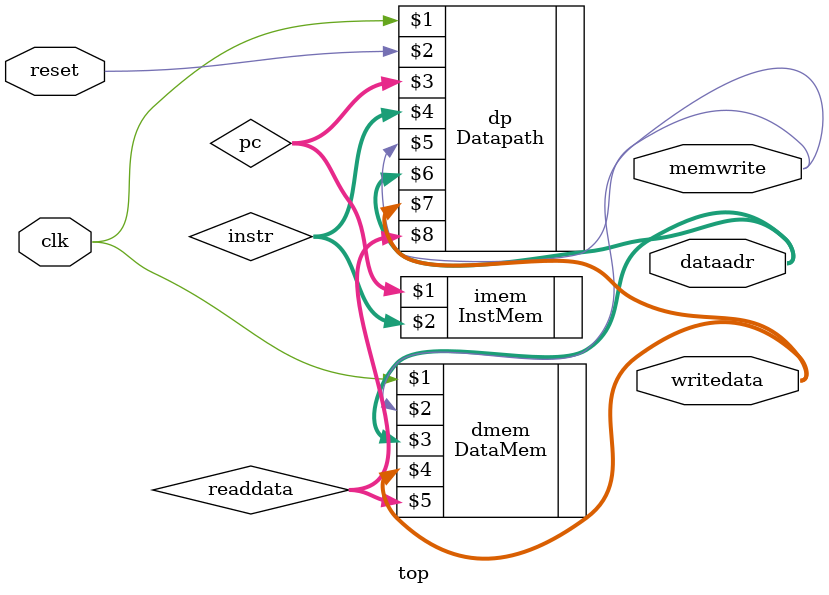
<source format=v>
module top(
    input clk,
    input reset, 
    output [31:0] writedata,
    output [31:0] dataadr, 
    output memwrite
    );

  wire [31:0] pc;
  wire [31:0] instr;
  wire [31:0] readdata;
  
  // instantiate processor and memories
  Datapath dp(clk, reset, pc, instr, memwrite, dataadr, 
            writedata, readdata);
  InstMem imem(pc, instr);
  DataMem dmem(clk, memwrite, dataadr, writedata, readdata);
endmodule

</source>
